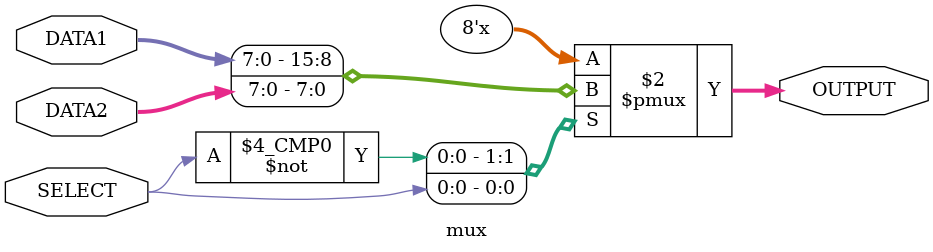
<source format=v>
module mux(DATA1 , DATA2 , SELECT, OUTPUT);

	input [7:0] DATA1 , DATA2;  
	input SELECT;
	output reg [7:0] OUTPUT;

	always @(DATA1 , DATA2 , SELECT)
		begin
	
	//Start of combinational logic block triggered by changes in DATA1, DATA2, or SELECT

		case(SELECT)
			1'b0 : OUTPUT = DATA1; // If SELECT is 0, OUTPUT receives DATA1
			1'b1 : OUTPUT = DATA2; // If SELECT is 1, OUTPUT receives DATA2
		endcase

	end
	
endmodule

`timescale 1ns / 100ps
</source>
